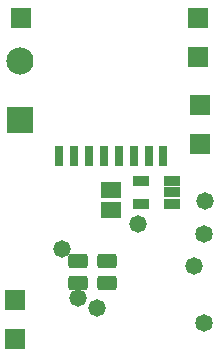
<source format=gbr>
%TF.GenerationSoftware,Altium Limited,Altium Designer,22.2.1 (43)*%
G04 Layer_Color=16711935*
%FSLAX45Y45*%
%MOMM*%
%TF.SameCoordinates,D68F7B63-5BB6-472D-936E-BE577255EEBD*%
%TF.FilePolarity,Negative*%
%TF.FileFunction,Soldermask,Bot*%
%TF.Part,Single*%
G01*
G75*
%TA.AperFunction,SMDPad,CuDef*%
%ADD31R,1.40320X0.89320*%
G04:AMPARAMS|DCode=32|XSize=1.2032mm|YSize=1.6232mm|CornerRadius=0.2266mm|HoleSize=0mm|Usage=FLASHONLY|Rotation=270.000|XOffset=0mm|YOffset=0mm|HoleType=Round|Shape=RoundedRectangle|*
%AMROUNDEDRECTD32*
21,1,1.20320,1.17000,0,0,270.0*
21,1,0.75000,1.62320,0,0,270.0*
1,1,0.45320,-0.58500,-0.37500*
1,1,0.45320,-0.58500,0.37500*
1,1,0.45320,0.58500,0.37500*
1,1,0.45320,0.58500,-0.37500*
%
%ADD32ROUNDEDRECTD32*%
%ADD33R,1.67320X1.36320*%
%TA.AperFunction,ComponentPad*%
%ADD34R,1.70320X1.70320*%
%ADD35R,2.30320X2.30320*%
%ADD36C,2.30320*%
%ADD37R,1.70320X1.70320*%
%ADD38C,1.48320*%
%ADD39R,0.80320X1.80320*%
%TA.AperFunction,ViaPad*%
%ADD40C,1.47320*%
D31*
X9147012Y7156201D02*
D03*
Y7061200D02*
D03*
Y6966199D02*
D03*
X8886993D02*
D03*
Y7156201D02*
D03*
D32*
X8356600Y6294603D02*
D03*
Y6481602D02*
D03*
X8597900Y6294603D02*
D03*
Y6481602D02*
D03*
D33*
X8636000Y7085701D02*
D03*
Y6909699D02*
D03*
D34*
X7823200Y6146800D02*
D03*
X7874000Y8534400D02*
D03*
X7823200Y5816600D02*
D03*
X9385300Y7797800D02*
D03*
Y7467600D02*
D03*
X9372600Y8534400D02*
D03*
D35*
X7861300Y7674798D02*
D03*
D36*
Y8174797D02*
D03*
D37*
X9372600Y8204200D02*
D03*
D38*
X9423400Y6705600D02*
D03*
Y5956300D02*
D03*
D39*
X8826500Y7366000D02*
D03*
X8699500D02*
D03*
X8572500D02*
D03*
X8445500D02*
D03*
X8318500D02*
D03*
X8191500D02*
D03*
X8953520D02*
D03*
X9077960D02*
D03*
D40*
X8351037Y6164580D02*
D03*
X8219440Y6583680D02*
D03*
X9431020Y6987540D02*
D03*
X8510900Y6083300D02*
D03*
X9339580Y6438900D02*
D03*
X8864600Y6797040D02*
D03*
%TF.MD5,d9f25fb5665944962b1b193dfab9478a*%
M02*

</source>
